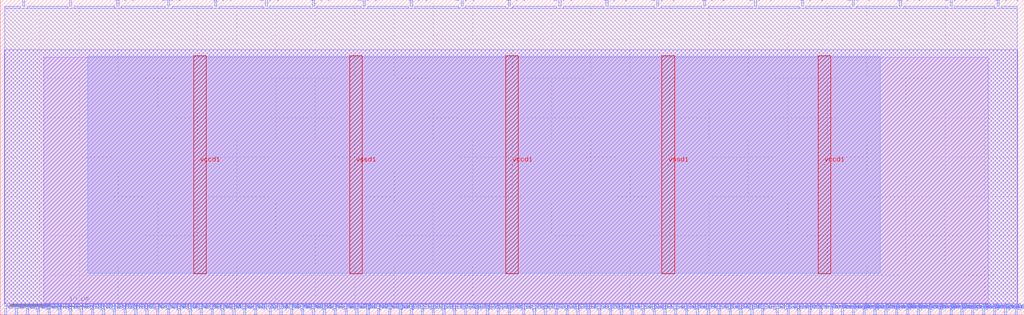
<source format=lef>
VERSION 5.7 ;
  NOWIREEXTENSIONATPIN ON ;
  DIVIDERCHAR "/" ;
  BUSBITCHARS "[]" ;
MACRO N_term_RAM_IO
  CLASS BLOCK ;
  FOREIGN N_term_RAM_IO ;
  ORIGIN 0.000 0.000 ;
  SIZE 130.000 BY 40.000 ;
  PIN FrameStrobe[0]
    DIRECTION INPUT ;
    USE SIGNAL ;
    PORT
      LAYER met2 ;
        RECT 102.670 0.000 102.950 0.800 ;
    END
  END FrameStrobe[0]
  PIN FrameStrobe[10]
    DIRECTION INPUT ;
    USE SIGNAL ;
    PORT
      LAYER met2 ;
        RECT 116.470 0.000 116.750 0.800 ;
    END
  END FrameStrobe[10]
  PIN FrameStrobe[11]
    DIRECTION INPUT ;
    USE SIGNAL ;
    PORT
      LAYER met2 ;
        RECT 117.850 0.000 118.130 0.800 ;
    END
  END FrameStrobe[11]
  PIN FrameStrobe[12]
    DIRECTION INPUT ;
    USE SIGNAL ;
    PORT
      LAYER met2 ;
        RECT 119.230 0.000 119.510 0.800 ;
    END
  END FrameStrobe[12]
  PIN FrameStrobe[13]
    DIRECTION INPUT ;
    USE SIGNAL ;
    PORT
      LAYER met2 ;
        RECT 120.610 0.000 120.890 0.800 ;
    END
  END FrameStrobe[13]
  PIN FrameStrobe[14]
    DIRECTION INPUT ;
    USE SIGNAL ;
    PORT
      LAYER met2 ;
        RECT 121.990 0.000 122.270 0.800 ;
    END
  END FrameStrobe[14]
  PIN FrameStrobe[15]
    DIRECTION INPUT ;
    USE SIGNAL ;
    PORT
      LAYER met2 ;
        RECT 123.370 0.000 123.650 0.800 ;
    END
  END FrameStrobe[15]
  PIN FrameStrobe[16]
    DIRECTION INPUT ;
    USE SIGNAL ;
    PORT
      LAYER met2 ;
        RECT 124.750 0.000 125.030 0.800 ;
    END
  END FrameStrobe[16]
  PIN FrameStrobe[17]
    DIRECTION INPUT ;
    USE SIGNAL ;
    PORT
      LAYER met2 ;
        RECT 126.130 0.000 126.410 0.800 ;
    END
  END FrameStrobe[17]
  PIN FrameStrobe[18]
    DIRECTION INPUT ;
    USE SIGNAL ;
    PORT
      LAYER met2 ;
        RECT 127.510 0.000 127.790 0.800 ;
    END
  END FrameStrobe[18]
  PIN FrameStrobe[19]
    DIRECTION INPUT ;
    USE SIGNAL ;
    PORT
      LAYER met2 ;
        RECT 128.890 0.000 129.170 0.800 ;
    END
  END FrameStrobe[19]
  PIN FrameStrobe[1]
    DIRECTION INPUT ;
    USE SIGNAL ;
    PORT
      LAYER met2 ;
        RECT 104.050 0.000 104.330 0.800 ;
    END
  END FrameStrobe[1]
  PIN FrameStrobe[2]
    DIRECTION INPUT ;
    USE SIGNAL ;
    PORT
      LAYER met2 ;
        RECT 105.430 0.000 105.710 0.800 ;
    END
  END FrameStrobe[2]
  PIN FrameStrobe[3]
    DIRECTION INPUT ;
    USE SIGNAL ;
    PORT
      LAYER met2 ;
        RECT 106.810 0.000 107.090 0.800 ;
    END
  END FrameStrobe[3]
  PIN FrameStrobe[4]
    DIRECTION INPUT ;
    USE SIGNAL ;
    PORT
      LAYER met2 ;
        RECT 108.190 0.000 108.470 0.800 ;
    END
  END FrameStrobe[4]
  PIN FrameStrobe[5]
    DIRECTION INPUT ;
    USE SIGNAL ;
    PORT
      LAYER met2 ;
        RECT 109.570 0.000 109.850 0.800 ;
    END
  END FrameStrobe[5]
  PIN FrameStrobe[6]
    DIRECTION INPUT ;
    USE SIGNAL ;
    PORT
      LAYER met2 ;
        RECT 110.950 0.000 111.230 0.800 ;
    END
  END FrameStrobe[6]
  PIN FrameStrobe[7]
    DIRECTION INPUT ;
    USE SIGNAL ;
    PORT
      LAYER met2 ;
        RECT 112.330 0.000 112.610 0.800 ;
    END
  END FrameStrobe[7]
  PIN FrameStrobe[8]
    DIRECTION INPUT ;
    USE SIGNAL ;
    PORT
      LAYER met2 ;
        RECT 113.710 0.000 113.990 0.800 ;
    END
  END FrameStrobe[8]
  PIN FrameStrobe[9]
    DIRECTION INPUT ;
    USE SIGNAL ;
    PORT
      LAYER met2 ;
        RECT 115.090 0.000 115.370 0.800 ;
    END
  END FrameStrobe[9]
  PIN FrameStrobe_O[0]
    DIRECTION OUTPUT TRISTATE ;
    USE SIGNAL ;
    PORT
      LAYER met2 ;
        RECT 8.830 39.200 9.110 40.000 ;
    END
  END FrameStrobe_O[0]
  PIN FrameStrobe_O[10]
    DIRECTION OUTPUT TRISTATE ;
    USE SIGNAL ;
    PORT
      LAYER met2 ;
        RECT 70.930 39.200 71.210 40.000 ;
    END
  END FrameStrobe_O[10]
  PIN FrameStrobe_O[11]
    DIRECTION OUTPUT TRISTATE ;
    USE SIGNAL ;
    PORT
      LAYER met2 ;
        RECT 76.910 39.200 77.190 40.000 ;
    END
  END FrameStrobe_O[11]
  PIN FrameStrobe_O[12]
    DIRECTION OUTPUT TRISTATE ;
    USE SIGNAL ;
    PORT
      LAYER met2 ;
        RECT 83.350 39.200 83.630 40.000 ;
    END
  END FrameStrobe_O[12]
  PIN FrameStrobe_O[13]
    DIRECTION OUTPUT TRISTATE ;
    USE SIGNAL ;
    PORT
      LAYER met2 ;
        RECT 89.330 39.200 89.610 40.000 ;
    END
  END FrameStrobe_O[13]
  PIN FrameStrobe_O[14]
    DIRECTION OUTPUT TRISTATE ;
    USE SIGNAL ;
    PORT
      LAYER met2 ;
        RECT 95.770 39.200 96.050 40.000 ;
    END
  END FrameStrobe_O[14]
  PIN FrameStrobe_O[15]
    DIRECTION OUTPUT TRISTATE ;
    USE SIGNAL ;
    PORT
      LAYER met2 ;
        RECT 101.750 39.200 102.030 40.000 ;
    END
  END FrameStrobe_O[15]
  PIN FrameStrobe_O[16]
    DIRECTION OUTPUT TRISTATE ;
    USE SIGNAL ;
    PORT
      LAYER met2 ;
        RECT 108.190 39.200 108.470 40.000 ;
    END
  END FrameStrobe_O[16]
  PIN FrameStrobe_O[17]
    DIRECTION OUTPUT TRISTATE ;
    USE SIGNAL ;
    PORT
      LAYER met2 ;
        RECT 114.170 39.200 114.450 40.000 ;
    END
  END FrameStrobe_O[17]
  PIN FrameStrobe_O[18]
    DIRECTION OUTPUT TRISTATE ;
    USE SIGNAL ;
    PORT
      LAYER met2 ;
        RECT 120.610 39.200 120.890 40.000 ;
    END
  END FrameStrobe_O[18]
  PIN FrameStrobe_O[19]
    DIRECTION OUTPUT TRISTATE ;
    USE SIGNAL ;
    PORT
      LAYER met2 ;
        RECT 126.590 39.200 126.870 40.000 ;
    END
  END FrameStrobe_O[19]
  PIN FrameStrobe_O[1]
    DIRECTION OUTPUT TRISTATE ;
    USE SIGNAL ;
    PORT
      LAYER met2 ;
        RECT 14.810 39.200 15.090 40.000 ;
    END
  END FrameStrobe_O[1]
  PIN FrameStrobe_O[2]
    DIRECTION OUTPUT TRISTATE ;
    USE SIGNAL ;
    PORT
      LAYER met2 ;
        RECT 21.250 39.200 21.530 40.000 ;
    END
  END FrameStrobe_O[2]
  PIN FrameStrobe_O[3]
    DIRECTION OUTPUT TRISTATE ;
    USE SIGNAL ;
    PORT
      LAYER met2 ;
        RECT 27.230 39.200 27.510 40.000 ;
    END
  END FrameStrobe_O[3]
  PIN FrameStrobe_O[4]
    DIRECTION OUTPUT TRISTATE ;
    USE SIGNAL ;
    PORT
      LAYER met2 ;
        RECT 33.670 39.200 33.950 40.000 ;
    END
  END FrameStrobe_O[4]
  PIN FrameStrobe_O[5]
    DIRECTION OUTPUT TRISTATE ;
    USE SIGNAL ;
    PORT
      LAYER met2 ;
        RECT 39.650 39.200 39.930 40.000 ;
    END
  END FrameStrobe_O[5]
  PIN FrameStrobe_O[6]
    DIRECTION OUTPUT TRISTATE ;
    USE SIGNAL ;
    PORT
      LAYER met2 ;
        RECT 46.090 39.200 46.370 40.000 ;
    END
  END FrameStrobe_O[6]
  PIN FrameStrobe_O[7]
    DIRECTION OUTPUT TRISTATE ;
    USE SIGNAL ;
    PORT
      LAYER met2 ;
        RECT 52.070 39.200 52.350 40.000 ;
    END
  END FrameStrobe_O[7]
  PIN FrameStrobe_O[8]
    DIRECTION OUTPUT TRISTATE ;
    USE SIGNAL ;
    PORT
      LAYER met2 ;
        RECT 58.510 39.200 58.790 40.000 ;
    END
  END FrameStrobe_O[8]
  PIN FrameStrobe_O[9]
    DIRECTION OUTPUT TRISTATE ;
    USE SIGNAL ;
    PORT
      LAYER met2 ;
        RECT 64.490 39.200 64.770 40.000 ;
    END
  END FrameStrobe_O[9]
  PIN N1END[0]
    DIRECTION INPUT ;
    USE SIGNAL ;
    PORT
      LAYER met2 ;
        RECT 0.550 0.000 0.830 0.800 ;
    END
  END N1END[0]
  PIN N1END[1]
    DIRECTION INPUT ;
    USE SIGNAL ;
    PORT
      LAYER met2 ;
        RECT 1.930 0.000 2.210 0.800 ;
    END
  END N1END[1]
  PIN N1END[2]
    DIRECTION INPUT ;
    USE SIGNAL ;
    PORT
      LAYER met2 ;
        RECT 3.310 0.000 3.590 0.800 ;
    END
  END N1END[2]
  PIN N1END[3]
    DIRECTION INPUT ;
    USE SIGNAL ;
    PORT
      LAYER met2 ;
        RECT 4.690 0.000 4.970 0.800 ;
    END
  END N1END[3]
  PIN N2END[0]
    DIRECTION INPUT ;
    USE SIGNAL ;
    PORT
      LAYER met2 ;
        RECT 17.110 0.000 17.390 0.800 ;
    END
  END N2END[0]
  PIN N2END[1]
    DIRECTION INPUT ;
    USE SIGNAL ;
    PORT
      LAYER met2 ;
        RECT 18.490 0.000 18.770 0.800 ;
    END
  END N2END[1]
  PIN N2END[2]
    DIRECTION INPUT ;
    USE SIGNAL ;
    PORT
      LAYER met2 ;
        RECT 19.870 0.000 20.150 0.800 ;
    END
  END N2END[2]
  PIN N2END[3]
    DIRECTION INPUT ;
    USE SIGNAL ;
    PORT
      LAYER met2 ;
        RECT 21.250 0.000 21.530 0.800 ;
    END
  END N2END[3]
  PIN N2END[4]
    DIRECTION INPUT ;
    USE SIGNAL ;
    PORT
      LAYER met2 ;
        RECT 22.630 0.000 22.910 0.800 ;
    END
  END N2END[4]
  PIN N2END[5]
    DIRECTION INPUT ;
    USE SIGNAL ;
    PORT
      LAYER met2 ;
        RECT 24.010 0.000 24.290 0.800 ;
    END
  END N2END[5]
  PIN N2END[6]
    DIRECTION INPUT ;
    USE SIGNAL ;
    PORT
      LAYER met2 ;
        RECT 25.390 0.000 25.670 0.800 ;
    END
  END N2END[6]
  PIN N2END[7]
    DIRECTION INPUT ;
    USE SIGNAL ;
    PORT
      LAYER met2 ;
        RECT 26.770 0.000 27.050 0.800 ;
    END
  END N2END[7]
  PIN N2MID[0]
    DIRECTION INPUT ;
    USE SIGNAL ;
    PORT
      LAYER met2 ;
        RECT 6.070 0.000 6.350 0.800 ;
    END
  END N2MID[0]
  PIN N2MID[1]
    DIRECTION INPUT ;
    USE SIGNAL ;
    PORT
      LAYER met2 ;
        RECT 7.450 0.000 7.730 0.800 ;
    END
  END N2MID[1]
  PIN N2MID[2]
    DIRECTION INPUT ;
    USE SIGNAL ;
    PORT
      LAYER met2 ;
        RECT 8.830 0.000 9.110 0.800 ;
    END
  END N2MID[2]
  PIN N2MID[3]
    DIRECTION INPUT ;
    USE SIGNAL ;
    PORT
      LAYER met2 ;
        RECT 10.210 0.000 10.490 0.800 ;
    END
  END N2MID[3]
  PIN N2MID[4]
    DIRECTION INPUT ;
    USE SIGNAL ;
    PORT
      LAYER met2 ;
        RECT 11.590 0.000 11.870 0.800 ;
    END
  END N2MID[4]
  PIN N2MID[5]
    DIRECTION INPUT ;
    USE SIGNAL ;
    PORT
      LAYER met2 ;
        RECT 12.970 0.000 13.250 0.800 ;
    END
  END N2MID[5]
  PIN N2MID[6]
    DIRECTION INPUT ;
    USE SIGNAL ;
    PORT
      LAYER met2 ;
        RECT 14.350 0.000 14.630 0.800 ;
    END
  END N2MID[6]
  PIN N2MID[7]
    DIRECTION INPUT ;
    USE SIGNAL ;
    PORT
      LAYER met2 ;
        RECT 15.730 0.000 16.010 0.800 ;
    END
  END N2MID[7]
  PIN N4END[0]
    DIRECTION INPUT ;
    USE SIGNAL ;
    PORT
      LAYER met2 ;
        RECT 28.150 0.000 28.430 0.800 ;
    END
  END N4END[0]
  PIN N4END[10]
    DIRECTION INPUT ;
    USE SIGNAL ;
    PORT
      LAYER met2 ;
        RECT 42.410 0.000 42.690 0.800 ;
    END
  END N4END[10]
  PIN N4END[11]
    DIRECTION INPUT ;
    USE SIGNAL ;
    PORT
      LAYER met2 ;
        RECT 43.790 0.000 44.070 0.800 ;
    END
  END N4END[11]
  PIN N4END[12]
    DIRECTION INPUT ;
    USE SIGNAL ;
    PORT
      LAYER met2 ;
        RECT 45.170 0.000 45.450 0.800 ;
    END
  END N4END[12]
  PIN N4END[13]
    DIRECTION INPUT ;
    USE SIGNAL ;
    PORT
      LAYER met2 ;
        RECT 46.550 0.000 46.830 0.800 ;
    END
  END N4END[13]
  PIN N4END[14]
    DIRECTION INPUT ;
    USE SIGNAL ;
    PORT
      LAYER met2 ;
        RECT 47.930 0.000 48.210 0.800 ;
    END
  END N4END[14]
  PIN N4END[15]
    DIRECTION INPUT ;
    USE SIGNAL ;
    PORT
      LAYER met2 ;
        RECT 49.310 0.000 49.590 0.800 ;
    END
  END N4END[15]
  PIN N4END[1]
    DIRECTION INPUT ;
    USE SIGNAL ;
    PORT
      LAYER met2 ;
        RECT 29.530 0.000 29.810 0.800 ;
    END
  END N4END[1]
  PIN N4END[2]
    DIRECTION INPUT ;
    USE SIGNAL ;
    PORT
      LAYER met2 ;
        RECT 30.910 0.000 31.190 0.800 ;
    END
  END N4END[2]
  PIN N4END[3]
    DIRECTION INPUT ;
    USE SIGNAL ;
    PORT
      LAYER met2 ;
        RECT 32.290 0.000 32.570 0.800 ;
    END
  END N4END[3]
  PIN N4END[4]
    DIRECTION INPUT ;
    USE SIGNAL ;
    PORT
      LAYER met2 ;
        RECT 34.130 0.000 34.410 0.800 ;
    END
  END N4END[4]
  PIN N4END[5]
    DIRECTION INPUT ;
    USE SIGNAL ;
    PORT
      LAYER met2 ;
        RECT 35.510 0.000 35.790 0.800 ;
    END
  END N4END[5]
  PIN N4END[6]
    DIRECTION INPUT ;
    USE SIGNAL ;
    PORT
      LAYER met2 ;
        RECT 36.890 0.000 37.170 0.800 ;
    END
  END N4END[6]
  PIN N4END[7]
    DIRECTION INPUT ;
    USE SIGNAL ;
    PORT
      LAYER met2 ;
        RECT 38.270 0.000 38.550 0.800 ;
    END
  END N4END[7]
  PIN N4END[8]
    DIRECTION INPUT ;
    USE SIGNAL ;
    PORT
      LAYER met2 ;
        RECT 39.650 0.000 39.930 0.800 ;
    END
  END N4END[8]
  PIN N4END[9]
    DIRECTION INPUT ;
    USE SIGNAL ;
    PORT
      LAYER met2 ;
        RECT 41.030 0.000 41.310 0.800 ;
    END
  END N4END[9]
  PIN S1BEG[0]
    DIRECTION OUTPUT TRISTATE ;
    USE SIGNAL ;
    PORT
      LAYER met2 ;
        RECT 50.690 0.000 50.970 0.800 ;
    END
  END S1BEG[0]
  PIN S1BEG[1]
    DIRECTION OUTPUT TRISTATE ;
    USE SIGNAL ;
    PORT
      LAYER met2 ;
        RECT 52.070 0.000 52.350 0.800 ;
    END
  END S1BEG[1]
  PIN S1BEG[2]
    DIRECTION OUTPUT TRISTATE ;
    USE SIGNAL ;
    PORT
      LAYER met2 ;
        RECT 53.450 0.000 53.730 0.800 ;
    END
  END S1BEG[2]
  PIN S1BEG[3]
    DIRECTION OUTPUT TRISTATE ;
    USE SIGNAL ;
    PORT
      LAYER met2 ;
        RECT 54.830 0.000 55.110 0.800 ;
    END
  END S1BEG[3]
  PIN S2BEG[0]
    DIRECTION OUTPUT TRISTATE ;
    USE SIGNAL ;
    PORT
      LAYER met2 ;
        RECT 67.710 0.000 67.990 0.800 ;
    END
  END S2BEG[0]
  PIN S2BEG[1]
    DIRECTION OUTPUT TRISTATE ;
    USE SIGNAL ;
    PORT
      LAYER met2 ;
        RECT 69.090 0.000 69.370 0.800 ;
    END
  END S2BEG[1]
  PIN S2BEG[2]
    DIRECTION OUTPUT TRISTATE ;
    USE SIGNAL ;
    PORT
      LAYER met2 ;
        RECT 70.470 0.000 70.750 0.800 ;
    END
  END S2BEG[2]
  PIN S2BEG[3]
    DIRECTION OUTPUT TRISTATE ;
    USE SIGNAL ;
    PORT
      LAYER met2 ;
        RECT 71.850 0.000 72.130 0.800 ;
    END
  END S2BEG[3]
  PIN S2BEG[4]
    DIRECTION OUTPUT TRISTATE ;
    USE SIGNAL ;
    PORT
      LAYER met2 ;
        RECT 73.230 0.000 73.510 0.800 ;
    END
  END S2BEG[4]
  PIN S2BEG[5]
    DIRECTION OUTPUT TRISTATE ;
    USE SIGNAL ;
    PORT
      LAYER met2 ;
        RECT 74.610 0.000 74.890 0.800 ;
    END
  END S2BEG[5]
  PIN S2BEG[6]
    DIRECTION OUTPUT TRISTATE ;
    USE SIGNAL ;
    PORT
      LAYER met2 ;
        RECT 75.990 0.000 76.270 0.800 ;
    END
  END S2BEG[6]
  PIN S2BEG[7]
    DIRECTION OUTPUT TRISTATE ;
    USE SIGNAL ;
    PORT
      LAYER met2 ;
        RECT 77.370 0.000 77.650 0.800 ;
    END
  END S2BEG[7]
  PIN S2BEGb[0]
    DIRECTION OUTPUT TRISTATE ;
    USE SIGNAL ;
    PORT
      LAYER met2 ;
        RECT 56.210 0.000 56.490 0.800 ;
    END
  END S2BEGb[0]
  PIN S2BEGb[1]
    DIRECTION OUTPUT TRISTATE ;
    USE SIGNAL ;
    PORT
      LAYER met2 ;
        RECT 57.590 0.000 57.870 0.800 ;
    END
  END S2BEGb[1]
  PIN S2BEGb[2]
    DIRECTION OUTPUT TRISTATE ;
    USE SIGNAL ;
    PORT
      LAYER met2 ;
        RECT 58.970 0.000 59.250 0.800 ;
    END
  END S2BEGb[2]
  PIN S2BEGb[3]
    DIRECTION OUTPUT TRISTATE ;
    USE SIGNAL ;
    PORT
      LAYER met2 ;
        RECT 60.350 0.000 60.630 0.800 ;
    END
  END S2BEGb[3]
  PIN S2BEGb[4]
    DIRECTION OUTPUT TRISTATE ;
    USE SIGNAL ;
    PORT
      LAYER met2 ;
        RECT 61.730 0.000 62.010 0.800 ;
    END
  END S2BEGb[4]
  PIN S2BEGb[5]
    DIRECTION OUTPUT TRISTATE ;
    USE SIGNAL ;
    PORT
      LAYER met2 ;
        RECT 63.110 0.000 63.390 0.800 ;
    END
  END S2BEGb[5]
  PIN S2BEGb[6]
    DIRECTION OUTPUT TRISTATE ;
    USE SIGNAL ;
    PORT
      LAYER met2 ;
        RECT 64.490 0.000 64.770 0.800 ;
    END
  END S2BEGb[6]
  PIN S2BEGb[7]
    DIRECTION OUTPUT TRISTATE ;
    USE SIGNAL ;
    PORT
      LAYER met2 ;
        RECT 66.330 0.000 66.610 0.800 ;
    END
  END S2BEGb[7]
  PIN S4BEG[0]
    DIRECTION OUTPUT TRISTATE ;
    USE SIGNAL ;
    PORT
      LAYER met2 ;
        RECT 78.750 0.000 79.030 0.800 ;
    END
  END S4BEG[0]
  PIN S4BEG[10]
    DIRECTION OUTPUT TRISTATE ;
    USE SIGNAL ;
    PORT
      LAYER met2 ;
        RECT 92.550 0.000 92.830 0.800 ;
    END
  END S4BEG[10]
  PIN S4BEG[11]
    DIRECTION OUTPUT TRISTATE ;
    USE SIGNAL ;
    PORT
      LAYER met2 ;
        RECT 93.930 0.000 94.210 0.800 ;
    END
  END S4BEG[11]
  PIN S4BEG[12]
    DIRECTION OUTPUT TRISTATE ;
    USE SIGNAL ;
    PORT
      LAYER met2 ;
        RECT 95.310 0.000 95.590 0.800 ;
    END
  END S4BEG[12]
  PIN S4BEG[13]
    DIRECTION OUTPUT TRISTATE ;
    USE SIGNAL ;
    PORT
      LAYER met2 ;
        RECT 96.690 0.000 96.970 0.800 ;
    END
  END S4BEG[13]
  PIN S4BEG[14]
    DIRECTION OUTPUT TRISTATE ;
    USE SIGNAL ;
    PORT
      LAYER met2 ;
        RECT 98.530 0.000 98.810 0.800 ;
    END
  END S4BEG[14]
  PIN S4BEG[15]
    DIRECTION OUTPUT TRISTATE ;
    USE SIGNAL ;
    PORT
      LAYER met2 ;
        RECT 99.910 0.000 100.190 0.800 ;
    END
  END S4BEG[15]
  PIN S4BEG[1]
    DIRECTION OUTPUT TRISTATE ;
    USE SIGNAL ;
    PORT
      LAYER met2 ;
        RECT 80.130 0.000 80.410 0.800 ;
    END
  END S4BEG[1]
  PIN S4BEG[2]
    DIRECTION OUTPUT TRISTATE ;
    USE SIGNAL ;
    PORT
      LAYER met2 ;
        RECT 81.510 0.000 81.790 0.800 ;
    END
  END S4BEG[2]
  PIN S4BEG[3]
    DIRECTION OUTPUT TRISTATE ;
    USE SIGNAL ;
    PORT
      LAYER met2 ;
        RECT 82.890 0.000 83.170 0.800 ;
    END
  END S4BEG[3]
  PIN S4BEG[4]
    DIRECTION OUTPUT TRISTATE ;
    USE SIGNAL ;
    PORT
      LAYER met2 ;
        RECT 84.270 0.000 84.550 0.800 ;
    END
  END S4BEG[4]
  PIN S4BEG[5]
    DIRECTION OUTPUT TRISTATE ;
    USE SIGNAL ;
    PORT
      LAYER met2 ;
        RECT 85.650 0.000 85.930 0.800 ;
    END
  END S4BEG[5]
  PIN S4BEG[6]
    DIRECTION OUTPUT TRISTATE ;
    USE SIGNAL ;
    PORT
      LAYER met2 ;
        RECT 87.030 0.000 87.310 0.800 ;
    END
  END S4BEG[6]
  PIN S4BEG[7]
    DIRECTION OUTPUT TRISTATE ;
    USE SIGNAL ;
    PORT
      LAYER met2 ;
        RECT 88.410 0.000 88.690 0.800 ;
    END
  END S4BEG[7]
  PIN S4BEG[8]
    DIRECTION OUTPUT TRISTATE ;
    USE SIGNAL ;
    PORT
      LAYER met2 ;
        RECT 89.790 0.000 90.070 0.800 ;
    END
  END S4BEG[8]
  PIN S4BEG[9]
    DIRECTION OUTPUT TRISTATE ;
    USE SIGNAL ;
    PORT
      LAYER met2 ;
        RECT 91.170 0.000 91.450 0.800 ;
    END
  END S4BEG[9]
  PIN UserCLK
    DIRECTION INPUT ;
    USE SIGNAL ;
    PORT
      LAYER met2 ;
        RECT 101.290 0.000 101.570 0.800 ;
    END
  END UserCLK
  PIN UserCLKo
    DIRECTION OUTPUT TRISTATE ;
    USE SIGNAL ;
    PORT
      LAYER met2 ;
        RECT 2.850 39.200 3.130 40.000 ;
    END
  END UserCLKo
  PIN vccd1
    DIRECTION INPUT ;
    USE POWER ;
    PORT
      LAYER met4 ;
        RECT 24.545 5.200 26.145 32.880 ;
    END
    PORT
      LAYER met4 ;
        RECT 64.195 5.200 65.795 32.880 ;
    END
    PORT
      LAYER met4 ;
        RECT 103.850 5.200 105.450 32.880 ;
    END
  END vccd1
  PIN vssd1
    DIRECTION INPUT ;
    USE GROUND ;
    PORT
      LAYER met4 ;
        RECT 44.370 5.200 45.970 32.880 ;
    END
    PORT
      LAYER met4 ;
        RECT 84.025 5.200 85.625 32.880 ;
    END
  END vssd1
  OBS
      LAYER li1 ;
        RECT 5.520 1.445 125.435 32.725 ;
      LAYER met1 ;
        RECT 0.530 1.400 129.190 33.620 ;
      LAYER met2 ;
        RECT 0.560 38.920 2.570 39.200 ;
        RECT 3.410 38.920 8.550 39.200 ;
        RECT 9.390 38.920 14.530 39.200 ;
        RECT 15.370 38.920 20.970 39.200 ;
        RECT 21.810 38.920 26.950 39.200 ;
        RECT 27.790 38.920 33.390 39.200 ;
        RECT 34.230 38.920 39.370 39.200 ;
        RECT 40.210 38.920 45.810 39.200 ;
        RECT 46.650 38.920 51.790 39.200 ;
        RECT 52.630 38.920 58.230 39.200 ;
        RECT 59.070 38.920 64.210 39.200 ;
        RECT 65.050 38.920 70.650 39.200 ;
        RECT 71.490 38.920 76.630 39.200 ;
        RECT 77.470 38.920 83.070 39.200 ;
        RECT 83.910 38.920 89.050 39.200 ;
        RECT 89.890 38.920 95.490 39.200 ;
        RECT 96.330 38.920 101.470 39.200 ;
        RECT 102.310 38.920 107.910 39.200 ;
        RECT 108.750 38.920 113.890 39.200 ;
        RECT 114.730 38.920 120.330 39.200 ;
        RECT 121.170 38.920 126.310 39.200 ;
        RECT 127.150 38.920 129.160 39.200 ;
        RECT 0.560 1.080 129.160 38.920 ;
        RECT 1.110 0.800 1.650 1.080 ;
        RECT 2.490 0.800 3.030 1.080 ;
        RECT 3.870 0.800 4.410 1.080 ;
        RECT 5.250 0.800 5.790 1.080 ;
        RECT 6.630 0.800 7.170 1.080 ;
        RECT 8.010 0.800 8.550 1.080 ;
        RECT 9.390 0.800 9.930 1.080 ;
        RECT 10.770 0.800 11.310 1.080 ;
        RECT 12.150 0.800 12.690 1.080 ;
        RECT 13.530 0.800 14.070 1.080 ;
        RECT 14.910 0.800 15.450 1.080 ;
        RECT 16.290 0.800 16.830 1.080 ;
        RECT 17.670 0.800 18.210 1.080 ;
        RECT 19.050 0.800 19.590 1.080 ;
        RECT 20.430 0.800 20.970 1.080 ;
        RECT 21.810 0.800 22.350 1.080 ;
        RECT 23.190 0.800 23.730 1.080 ;
        RECT 24.570 0.800 25.110 1.080 ;
        RECT 25.950 0.800 26.490 1.080 ;
        RECT 27.330 0.800 27.870 1.080 ;
        RECT 28.710 0.800 29.250 1.080 ;
        RECT 30.090 0.800 30.630 1.080 ;
        RECT 31.470 0.800 32.010 1.080 ;
        RECT 32.850 0.800 33.850 1.080 ;
        RECT 34.690 0.800 35.230 1.080 ;
        RECT 36.070 0.800 36.610 1.080 ;
        RECT 37.450 0.800 37.990 1.080 ;
        RECT 38.830 0.800 39.370 1.080 ;
        RECT 40.210 0.800 40.750 1.080 ;
        RECT 41.590 0.800 42.130 1.080 ;
        RECT 42.970 0.800 43.510 1.080 ;
        RECT 44.350 0.800 44.890 1.080 ;
        RECT 45.730 0.800 46.270 1.080 ;
        RECT 47.110 0.800 47.650 1.080 ;
        RECT 48.490 0.800 49.030 1.080 ;
        RECT 49.870 0.800 50.410 1.080 ;
        RECT 51.250 0.800 51.790 1.080 ;
        RECT 52.630 0.800 53.170 1.080 ;
        RECT 54.010 0.800 54.550 1.080 ;
        RECT 55.390 0.800 55.930 1.080 ;
        RECT 56.770 0.800 57.310 1.080 ;
        RECT 58.150 0.800 58.690 1.080 ;
        RECT 59.530 0.800 60.070 1.080 ;
        RECT 60.910 0.800 61.450 1.080 ;
        RECT 62.290 0.800 62.830 1.080 ;
        RECT 63.670 0.800 64.210 1.080 ;
        RECT 65.050 0.800 66.050 1.080 ;
        RECT 66.890 0.800 67.430 1.080 ;
        RECT 68.270 0.800 68.810 1.080 ;
        RECT 69.650 0.800 70.190 1.080 ;
        RECT 71.030 0.800 71.570 1.080 ;
        RECT 72.410 0.800 72.950 1.080 ;
        RECT 73.790 0.800 74.330 1.080 ;
        RECT 75.170 0.800 75.710 1.080 ;
        RECT 76.550 0.800 77.090 1.080 ;
        RECT 77.930 0.800 78.470 1.080 ;
        RECT 79.310 0.800 79.850 1.080 ;
        RECT 80.690 0.800 81.230 1.080 ;
        RECT 82.070 0.800 82.610 1.080 ;
        RECT 83.450 0.800 83.990 1.080 ;
        RECT 84.830 0.800 85.370 1.080 ;
        RECT 86.210 0.800 86.750 1.080 ;
        RECT 87.590 0.800 88.130 1.080 ;
        RECT 88.970 0.800 89.510 1.080 ;
        RECT 90.350 0.800 90.890 1.080 ;
        RECT 91.730 0.800 92.270 1.080 ;
        RECT 93.110 0.800 93.650 1.080 ;
        RECT 94.490 0.800 95.030 1.080 ;
        RECT 95.870 0.800 96.410 1.080 ;
        RECT 97.250 0.800 98.250 1.080 ;
        RECT 99.090 0.800 99.630 1.080 ;
        RECT 100.470 0.800 101.010 1.080 ;
        RECT 101.850 0.800 102.390 1.080 ;
        RECT 103.230 0.800 103.770 1.080 ;
        RECT 104.610 0.800 105.150 1.080 ;
        RECT 105.990 0.800 106.530 1.080 ;
        RECT 107.370 0.800 107.910 1.080 ;
        RECT 108.750 0.800 109.290 1.080 ;
        RECT 110.130 0.800 110.670 1.080 ;
        RECT 111.510 0.800 112.050 1.080 ;
        RECT 112.890 0.800 113.430 1.080 ;
        RECT 114.270 0.800 114.810 1.080 ;
        RECT 115.650 0.800 116.190 1.080 ;
        RECT 117.030 0.800 117.570 1.080 ;
        RECT 118.410 0.800 118.950 1.080 ;
        RECT 119.790 0.800 120.330 1.080 ;
        RECT 121.170 0.800 121.710 1.080 ;
        RECT 122.550 0.800 123.090 1.080 ;
        RECT 123.930 0.800 124.470 1.080 ;
        RECT 125.310 0.800 125.850 1.080 ;
        RECT 126.690 0.800 127.230 1.080 ;
        RECT 128.070 0.800 128.610 1.080 ;
      LAYER met3 ;
        RECT 11.105 5.275 111.715 32.805 ;
  END
END N_term_RAM_IO
END LIBRARY


</source>
